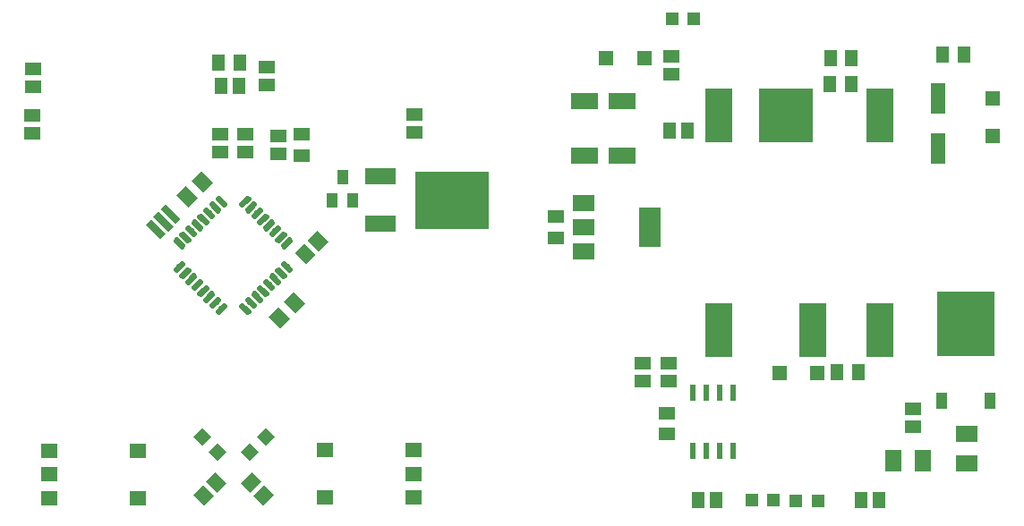
<source format=gtp>
G75*
G70*
%OFA0B0*%
%FSLAX24Y24*%
%IPPOS*%
%LPD*%
%AMOC8*
5,1,8,0,0,1.08239X$1,22.5*
%
%ADD10R,0.0591X0.0512*%
%ADD11R,0.0512X0.0630*%
%ADD12R,0.0472X0.0472*%
%ADD13R,0.0512X0.0591*%
%ADD14C,0.0165*%
%ADD15R,0.0630X0.0512*%
%ADD16R,0.0630X0.0551*%
%ADD17R,0.0787X0.0276*%
%ADD18R,0.2756X0.2146*%
%ADD19R,0.1180X0.0630*%
%ADD20R,0.0394X0.0551*%
%ADD21R,0.0236X0.0591*%
%ADD22R,0.0630X0.0787*%
%ADD23R,0.0551X0.0551*%
%ADD24R,0.0472X0.0472*%
%ADD25R,0.2126X0.2441*%
%ADD26R,0.0394X0.0630*%
%ADD27R,0.0787X0.0591*%
%ADD28R,0.0787X0.1496*%
%ADD29R,0.1000X0.2000*%
%ADD30R,0.2000X0.2000*%
%ADD31R,0.0787X0.0630*%
%ADD32R,0.1024X0.0630*%
%ADD33R,0.0551X0.1181*%
D10*
X025315Y005400D03*
X026288Y005392D03*
X026288Y006061D03*
X025315Y006069D03*
X035385Y004350D03*
X035385Y003681D03*
X016828Y014662D03*
X016828Y015331D03*
X011753Y014534D03*
X010519Y014594D03*
X009567Y014586D03*
X009567Y013916D03*
X010519Y013924D03*
X011753Y013865D03*
X011322Y016443D03*
X011322Y017112D03*
X002602Y017017D03*
X002602Y016348D03*
X002583Y015309D03*
X002583Y014639D03*
X026386Y016837D03*
X026386Y017507D03*
D11*
X032300Y017432D03*
X033088Y017432D03*
X033082Y016449D03*
X032295Y016449D03*
X036488Y017557D03*
X037276Y017557D03*
X033344Y005725D03*
X032557Y005725D03*
G36*
X012741Y008282D02*
X012379Y007920D01*
X011935Y008364D01*
X012297Y008726D01*
X012741Y008282D01*
G37*
G36*
X012185Y007725D02*
X011823Y007363D01*
X011379Y007807D01*
X011741Y008169D01*
X012185Y007725D01*
G37*
G36*
X008755Y012235D02*
X008393Y011873D01*
X007949Y012317D01*
X008311Y012679D01*
X008755Y012235D01*
G37*
G36*
X009311Y012792D02*
X008949Y012430D01*
X008505Y012874D01*
X008867Y013236D01*
X009311Y012792D01*
G37*
X009511Y017250D03*
X010298Y017250D03*
D12*
G36*
X011263Y003666D02*
X011596Y003333D01*
X011263Y003000D01*
X010930Y003333D01*
X011263Y003666D01*
G37*
G36*
X010678Y003081D02*
X011011Y002748D01*
X010678Y002415D01*
X010345Y002748D01*
X010678Y003081D01*
G37*
G36*
X009153Y002751D02*
X009486Y003084D01*
X009819Y002751D01*
X009486Y002418D01*
X009153Y002751D01*
G37*
G36*
X008568Y003336D02*
X008901Y003669D01*
X009234Y003336D01*
X008901Y003003D01*
X008568Y003336D01*
G37*
D13*
G36*
X009826Y001595D02*
X009464Y001233D01*
X009048Y001649D01*
X009410Y002011D01*
X009826Y001595D01*
G37*
G36*
X010756Y002010D02*
X011118Y001648D01*
X010702Y001232D01*
X010340Y001594D01*
X010756Y002010D01*
G37*
G36*
X011229Y001537D02*
X011591Y001175D01*
X011175Y000759D01*
X010813Y001121D01*
X011229Y001537D01*
G37*
G36*
X009353Y001122D02*
X008991Y000760D01*
X008575Y001176D01*
X008937Y001538D01*
X009353Y001122D01*
G37*
X027375Y000967D03*
X028044Y000967D03*
X033437Y000970D03*
X034106Y000970D03*
G36*
X013611Y010587D02*
X013249Y010225D01*
X012833Y010641D01*
X013195Y011003D01*
X013611Y010587D01*
G37*
G36*
X013138Y010113D02*
X012776Y009751D01*
X012360Y010167D01*
X012722Y010529D01*
X013138Y010113D01*
G37*
X010278Y016384D03*
X009609Y016384D03*
X026298Y014738D03*
X026967Y014738D03*
D14*
X011953Y010409D02*
X011913Y010449D01*
X012149Y010685D01*
X012189Y010645D01*
X011953Y010409D01*
X012037Y010573D02*
X012117Y010573D01*
X011730Y010632D02*
X011690Y010672D01*
X011926Y010908D01*
X011966Y010868D01*
X011730Y010632D01*
X011814Y010796D02*
X011894Y010796D01*
X011507Y010854D02*
X011467Y010894D01*
X011703Y011130D01*
X011743Y011090D01*
X011507Y010854D01*
X011591Y011018D02*
X011671Y011018D01*
X011284Y011077D02*
X011244Y011117D01*
X011480Y011353D01*
X011520Y011313D01*
X011284Y011077D01*
X011368Y011241D02*
X011448Y011241D01*
X011062Y011300D02*
X011022Y011340D01*
X011258Y011576D01*
X011298Y011536D01*
X011062Y011300D01*
X011146Y011464D02*
X011226Y011464D01*
X010839Y011523D02*
X010799Y011563D01*
X011035Y011799D01*
X011075Y011759D01*
X010839Y011523D01*
X010923Y011687D02*
X011003Y011687D01*
X010616Y011745D02*
X010576Y011785D01*
X010812Y012021D01*
X010852Y011981D01*
X010616Y011745D01*
X010700Y011909D02*
X010780Y011909D01*
X010394Y011968D02*
X010354Y012008D01*
X010590Y012244D01*
X010630Y012204D01*
X010394Y011968D01*
X010478Y012132D02*
X010558Y012132D01*
X009699Y011968D02*
X009463Y012204D01*
X009503Y012244D01*
X009739Y012008D01*
X009699Y011968D01*
X009615Y012132D02*
X009535Y012132D01*
X009240Y011981D02*
X009476Y011745D01*
X009240Y011981D02*
X009280Y012021D01*
X009516Y011785D01*
X009476Y011745D01*
X009392Y011909D02*
X009312Y011909D01*
X009017Y011759D02*
X009253Y011523D01*
X009017Y011759D02*
X009057Y011799D01*
X009293Y011563D01*
X009253Y011523D01*
X009169Y011687D02*
X009089Y011687D01*
X008795Y011536D02*
X009031Y011300D01*
X008795Y011536D02*
X008835Y011576D01*
X009071Y011340D01*
X009031Y011300D01*
X008947Y011464D02*
X008867Y011464D01*
X008572Y011313D02*
X008808Y011077D01*
X008572Y011313D02*
X008612Y011353D01*
X008848Y011117D01*
X008808Y011077D01*
X008724Y011241D02*
X008644Y011241D01*
X008349Y011090D02*
X008585Y010854D01*
X008349Y011090D02*
X008389Y011130D01*
X008625Y010894D01*
X008585Y010854D01*
X008501Y011018D02*
X008421Y011018D01*
X008126Y010868D02*
X008362Y010632D01*
X008126Y010868D02*
X008166Y010908D01*
X008402Y010672D01*
X008362Y010632D01*
X008278Y010796D02*
X008198Y010796D01*
X007904Y010645D02*
X008140Y010409D01*
X007904Y010645D02*
X007944Y010685D01*
X008180Y010449D01*
X008140Y010409D01*
X008056Y010573D02*
X007976Y010573D01*
X007904Y009558D02*
X007944Y009518D01*
X007904Y009558D02*
X008140Y009794D01*
X008180Y009754D01*
X007944Y009518D01*
X008028Y009682D02*
X008108Y009682D01*
X008126Y009335D02*
X008166Y009295D01*
X008126Y009335D02*
X008362Y009571D01*
X008402Y009531D01*
X008166Y009295D01*
X008250Y009459D02*
X008330Y009459D01*
X008349Y009113D02*
X008389Y009073D01*
X008349Y009113D02*
X008585Y009349D01*
X008625Y009309D01*
X008389Y009073D01*
X008473Y009237D02*
X008553Y009237D01*
X008572Y008890D02*
X008612Y008850D01*
X008572Y008890D02*
X008808Y009126D01*
X008848Y009086D01*
X008612Y008850D01*
X008696Y009014D02*
X008776Y009014D01*
X008795Y008667D02*
X008835Y008627D01*
X008795Y008667D02*
X009031Y008903D01*
X009071Y008863D01*
X008835Y008627D01*
X008919Y008791D02*
X008999Y008791D01*
X009017Y008445D02*
X009057Y008405D01*
X009017Y008445D02*
X009253Y008681D01*
X009293Y008641D01*
X009057Y008405D01*
X009141Y008569D02*
X009221Y008569D01*
X009240Y008222D02*
X009280Y008182D01*
X009240Y008222D02*
X009476Y008458D01*
X009516Y008418D01*
X009280Y008182D01*
X009364Y008346D02*
X009444Y008346D01*
X009463Y007999D02*
X009503Y007959D01*
X009463Y007999D02*
X009699Y008235D01*
X009739Y008195D01*
X009503Y007959D01*
X009587Y008123D02*
X009667Y008123D01*
X010354Y008195D02*
X010590Y007959D01*
X010354Y008195D02*
X010394Y008235D01*
X010630Y007999D01*
X010590Y007959D01*
X010506Y008123D02*
X010426Y008123D01*
X010576Y008418D02*
X010812Y008182D01*
X010576Y008418D02*
X010616Y008458D01*
X010852Y008222D01*
X010812Y008182D01*
X010728Y008346D02*
X010648Y008346D01*
X010799Y008641D02*
X011035Y008405D01*
X010799Y008641D02*
X010839Y008681D01*
X011075Y008445D01*
X011035Y008405D01*
X010951Y008569D02*
X010871Y008569D01*
X011022Y008863D02*
X011258Y008627D01*
X011022Y008863D02*
X011062Y008903D01*
X011298Y008667D01*
X011258Y008627D01*
X011174Y008791D02*
X011094Y008791D01*
X011244Y009086D02*
X011480Y008850D01*
X011244Y009086D02*
X011284Y009126D01*
X011520Y008890D01*
X011480Y008850D01*
X011396Y009014D02*
X011316Y009014D01*
X011467Y009309D02*
X011703Y009073D01*
X011467Y009309D02*
X011507Y009349D01*
X011743Y009113D01*
X011703Y009073D01*
X011619Y009237D02*
X011539Y009237D01*
X011690Y009531D02*
X011926Y009295D01*
X011690Y009531D02*
X011730Y009571D01*
X011966Y009335D01*
X011926Y009295D01*
X011842Y009459D02*
X011762Y009459D01*
X011913Y009754D02*
X012149Y009518D01*
X011913Y009754D02*
X011953Y009794D01*
X012189Y009558D01*
X012149Y009518D01*
X012065Y009682D02*
X011985Y009682D01*
D15*
X012626Y013804D03*
X012626Y014591D03*
X022065Y011530D03*
X022065Y010743D03*
X026198Y004207D03*
X026198Y003419D03*
D16*
X003200Y001039D03*
X003200Y001924D03*
X003200Y002810D03*
X006507Y002810D03*
X006507Y001039D03*
X013486Y001055D03*
X016793Y001055D03*
X016793Y001941D03*
X016793Y002827D03*
X013486Y002827D03*
D17*
G36*
X007361Y010691D02*
X006806Y011246D01*
X007001Y011441D01*
X007556Y010886D01*
X007361Y010691D01*
G37*
G36*
X007640Y010969D02*
X007085Y011524D01*
X007280Y011719D01*
X007835Y011164D01*
X007640Y010969D01*
G37*
G36*
X007918Y011248D02*
X007363Y011803D01*
X007558Y011998D01*
X008113Y011443D01*
X007918Y011248D01*
G37*
D18*
X018214Y012143D03*
D19*
X015545Y011273D03*
X015545Y013033D03*
D20*
X014504Y012131D03*
X013756Y012131D03*
X014130Y012997D03*
D21*
X027189Y004964D03*
X027689Y004964D03*
X028189Y004964D03*
X028689Y004964D03*
X028689Y002798D03*
X028189Y002798D03*
X027689Y002798D03*
X027189Y002798D03*
D22*
X034641Y002418D03*
X035743Y002418D03*
D23*
X031824Y005686D03*
X030403Y005686D03*
X038335Y014521D03*
X038335Y015942D03*
X025378Y017419D03*
X023957Y017419D03*
D24*
X026397Y018890D03*
X027224Y018890D03*
X029367Y000950D03*
X030193Y000950D03*
X031020Y000942D03*
X031847Y000942D03*
D25*
X037340Y007537D03*
D26*
X038237Y004663D03*
X036442Y004663D03*
D27*
X023099Y010234D03*
X023099Y011139D03*
X023099Y012045D03*
D28*
X025579Y011139D03*
D29*
X028135Y007288D03*
X031635Y007288D03*
X034135Y007288D03*
X034135Y015288D03*
X028135Y015288D03*
D30*
X030635Y015288D03*
D31*
X037368Y003423D03*
X037368Y002321D03*
D32*
X024557Y013792D03*
X023140Y013792D03*
X023140Y015832D03*
X024557Y015832D03*
D33*
X036328Y015937D03*
X036328Y014047D03*
M02*

</source>
